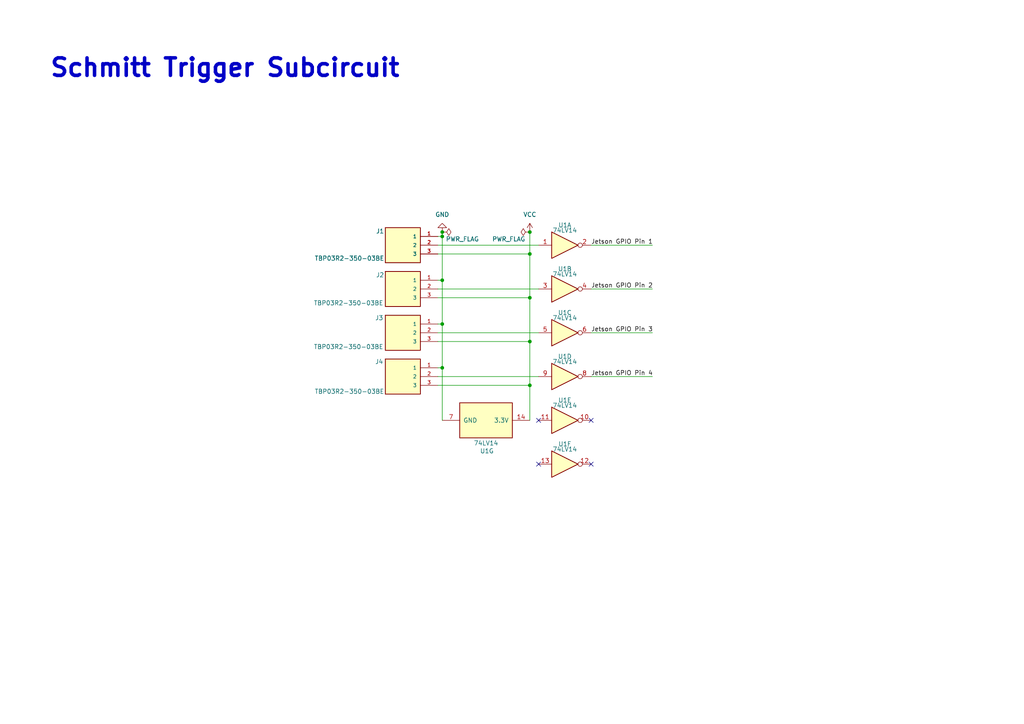
<source format=kicad_sch>
(kicad_sch (version 20231120) (generator "eeschema") (generator_version "8.0")
  (paper "A4")
  (title_block (title "Schmitt Trigger Subcircuit") (date "2024-10-01") (rev "0.1") (company "Mechatronics and Robotics Society"))
  (lib_symbols
    (symbol "74xx:74LV14" (pin_names (offset 1.016))
      (property "Reference" "U" (at 0 1.27 0))
      (property "Value" "74LV14" (at 0 -1.27 0))
      (symbol "74LV14_1_0"
        (polyline (pts (xy -3.81 3.81) (xy -3.81 -3.81) (xy 3.81 0) (xy -3.81 3.81)) (stroke (width 0.254)) (fill (type background)))
        (pin input line (at -7.62 0 0) (length 3.81) (name "~") (number "1"))
        (pin output inverted (at 7.62 0 180) (length 3.81) (name "~") (number "2"))
      )
      (symbol "74LV14_2_0"
        (polyline (pts (xy -3.81 3.81) (xy -3.81 -3.81) (xy 3.81 0) (xy -3.81 3.81)) (stroke (width 0.254)) (fill (type background)))
        (pin input line (at -7.62 0 0) (length 3.81) (name "~") (number "3"))
        (pin output inverted (at 7.62 0 180) (length 3.81) (name "~") (number "4"))
      )
      (symbol "74LV14_3_0"
        (polyline (pts (xy -3.81 3.81) (xy -3.81 -3.81) (xy 3.81 0) (xy -3.81 3.81)) (stroke (width 0.254)) (fill (type background)))
        (pin input line (at -7.62 0 0) (length 3.81) (name "~") (number "5"))
        (pin output inverted (at 7.62 0 180) (length 3.81) (name "~") (number "6"))
      )
      (symbol "74LV14_4_0"
        (polyline (pts (xy -3.81 3.81) (xy -3.81 -3.81) (xy 3.81 0) (xy -3.81 3.81)) (stroke (width 0.254)) (fill (type background)))
        (pin output inverted (at 7.62 0 180) (length 3.81) (name "~") (number "8"))
        (pin input line (at -7.62 0 0) (length 3.81) (name "~") (number "9"))
      )
      (symbol "74LV14_5_0"
        (polyline (pts (xy -3.81 3.81) (xy -3.81 -3.81) (xy 3.81 0) (xy -3.81 3.81)) (stroke (width 0.254)) (fill (type background)))
        (pin output inverted (at 7.62 0 180) (length 3.81) (name "~") (number "10"))
        (pin input line (at -7.62 0 0) (length 3.81) (name "~") (number "11"))
      )
      (symbol "74LV14_6_0"
        (polyline (pts (xy -3.81 3.81) (xy -3.81 -3.81) (xy 3.81 0) (xy -3.81 3.81)) (stroke (width 0.254)) (fill (type background)))
        (pin output inverted (at 7.62 0 180) (length 3.81) (name "~") (number "12"))
        (pin input line (at -7.62 0 0) (length 3.81) (name "~") (number "13"))
      )
      (symbol "74LV14_7_0"
        (pin power_in line (at 0 12.7 270) (length 5.08) (name "3.3V") (number "14"))
        (pin power_in line (at 0 -12.7 90) (length 5.08) (name "GND") (number "7"))
      )
      (symbol "74LV14_7_1"
        (rectangle (start -5.08 7.62) (end 5.08 -7.62) (stroke (width 0.254)) (fill (type background)))
      )
    )
    (symbol "TBP03R2-350-03BE:TBP03R2-350-03BE" (pin_names (offset 1.016))
      (property "Reference" "J" (at -5.08 7.62 0))
      (property "Value" "TBP03R2-350-03BE" (at -5.08 -7.62 0))
      (symbol "TBP03R2-350-03BE_0_0"
        (rectangle (start -5.08 -5.08) (end 5.08 5.08) (stroke (width 0.254)) (fill (type background)))
        (pin passive line (at -10.16 2.54 0) (length 5.08) (name "1") (number "1"))
        (pin passive line (at -10.16 0 0) (length 5.08) (name "2") (number "2"))
        (pin passive line (at -10.16 -2.54 0) (length 5.08) (name "3") (number "3"))
      )
    )
    (symbol "power:GND" (power) (pin_numbers hide) (pin_names (offset 0) hide)
      (property "Value" "GND" (at 0 -3.81 0))
      (symbol "GND_0_1"
        (polyline (pts (xy 0 0) (xy 0 -1.27) (xy 1.27 -1.27) (xy 0 -2.54) (xy -1.27 -1.27) (xy 0 -1.27)))
      )
      (symbol "GND_1_1"
        (pin power_in line (at 0 0 270) (length 0) (name "~") (number "1"))
      )
    )
    (symbol "power:PWR_FLAG" (power) (pin_numbers hide) (pin_names (offset 0) hide)
      (property "Value" "PWR_FLAG" (at 0 3.81 0))
      (symbol "PWR_FLAG_0_0"
        (pin power_out line (at 0 0 90) (length 0) (name "~") (number "1"))
      )
      (symbol "PWR_FLAG_0_1"
        (polyline (pts (xy 0 0) (xy 0 1.27) (xy -1.016 1.905) (xy 0 2.54) (xy 1.016 1.905) (xy 0 1.27)))
      )
    )
    (symbol "power:VCC" (power) (pin_numbers hide) (pin_names (offset 0) hide)
      (property "Value" "VCC" (at 0 3.556 0))
      (symbol "VCC_0_1"
        (polyline (pts (xy -0.762 1.27) (xy 0 2.54)))
        (polyline (pts (xy 0 0) (xy 0 2.54)))
        (polyline (pts (xy 0 2.54) (xy 0.762 1.27)))
      )
      (symbol "VCC_1_1"
        (pin power_in line (at 0 0 90) (length 0) (name "~") (number "1"))
      )
    )
  )
  (junction (at 153.67 86.36))
  (junction (at 153.67 73.66))
  (junction (at 153.67 111.76))
  (junction (at 128.27 81.28))
  (junction (at 128.27 68.58))
  (junction (at 128.27 67.31))
  (junction (at 128.27 93.98))
  (junction (at 153.67 67.31))
  (junction (at 128.27 106.68))
  (junction (at 153.67 99.06))
  (no_connect (at 156.21 134.62))
  (no_connect (at 156.21 121.92))
  (no_connect (at 171.45 134.62))
  (no_connect (at 171.45 121.92))
  (wire (pts (xy 127 96.52) (xy 156.21 96.52)))
  (wire (pts (xy 128.27 106.68) (xy 128.27 121.92)))
  (wire (pts (xy 127 83.82) (xy 156.21 83.82)))
  (wire (pts (xy 127 71.12) (xy 156.21 71.12)))
  (wire (pts (xy 153.67 99.06) (xy 153.67 111.76)))
  (wire (pts (xy 128.27 93.98) (xy 128.27 81.28)))
  (wire (pts (xy 127 68.58) (xy 128.27 68.58)))
  (wire (pts (xy 171.45 83.82) (xy 189.23 83.82)))
  (wire (pts (xy 127 109.22) (xy 156.21 109.22)))
  (wire (pts (xy 153.67 67.31) (xy 153.67 73.66)))
  (wire (pts (xy 171.45 71.12) (xy 189.23 71.12)))
  (wire (pts (xy 127 93.98) (xy 128.27 93.98)))
  (wire (pts (xy 127 81.28) (xy 128.27 81.28)))
  (wire (pts (xy 153.67 73.66) (xy 153.67 86.36)))
  (wire (pts (xy 128.27 68.58) (xy 128.27 67.31)))
  (wire (pts (xy 128.27 106.68) (xy 128.27 93.98)))
  (wire (pts (xy 127 111.76) (xy 153.67 111.76)))
  (wire (pts (xy 127 73.66) (xy 153.67 73.66)))
  (wire (pts (xy 171.45 109.22) (xy 189.23 109.22)))
  (wire (pts (xy 127 86.36) (xy 153.67 86.36)))
  (wire (pts (xy 127 106.68) (xy 128.27 106.68)))
  (wire (pts (xy 127 99.06) (xy 153.67 99.06)))
  (wire (pts (xy 171.45 96.52) (xy 189.23 96.52)))
  (wire (pts (xy 128.27 81.28) (xy 128.27 68.58)))
  (wire (pts (xy 153.67 111.76) (xy 153.67 121.92)))
  (wire (pts (xy 153.67 86.36) (xy 153.67 99.06)))
  (text "Schmitt Trigger Subcircuit" (at 65.278 19.812 0) (effects (font (size 5.08 5.08) (thickness 1.016) (bold yes))))
  (label "Jetson GPIO Pin 4" (at 171.45 109.22 0))
  (label "Jetson GPIO Pin 1" (at 171.45 71.12 0))
  (label "Jetson GPIO Pin 2" (at 171.45 83.82 0))
  (label "Jetson GPIO Pin 3" (at 171.45 96.52 0))
  (symbol (lib_id "TBP03R2-350-03BE:TBP03R2-350-03BE") (at 116.84 83.82 0) (mirror y) (unit 1)
    (property "Reference" "J2" (at 110.236 79.756 0))
    (property "Value" "TBP03R2-350-03BE" (at 101.092 87.884 0))
    (property "Footprint" "TBP03R2_350_03BE:CUI_TBP03R2-350-03BE" (effects (hide yes)))
    (property "PARTREV" "1.0" (effects (hide yes)))
    (property "STANDARD" "Manufacturer Recommendations" (effects (hide yes)))
    (property "MAXIMUM_PACKAGE_HEIGHT" "9.50mm" (effects (hide yes)))
    (property "MANUFACTURER" "CUI Devices" (effects (hide yes)))
  )
  (symbol (lib_id "power:GND") (at 128.27 67.31 180) (unit 1)
    (property "Reference" "#PWR04" (effects (hide yes)))
    (property "Value" "GND" (at 128.27 62.23 0))
    (property "Description" "Power symbol creates a global label with name \"GND\" , ground" (effects (hide yes)))
  )
  (symbol (lib_id "74xx:74LV14") (at 163.83 71.12 0) (unit 1)
    (property "Reference" "U1" (at 163.83 65.278 0))
    (property "Value" "74LV14" (at 163.83 66.802 0))
    (property "Footprint" "Package_DIP:DIP-12_W7.62mm" (effects (hide yes)))
    (property "Datasheet" "http://www.ti.com/lit/gpn/sn74LV14" (effects (hide yes)))
    (property "Description" "Hex Inverter" (effects (hide yes)))
  )
  (symbol (lib_id "74xx:74LV14") (at 163.83 121.92 0) (unit 5)
    (property "Reference" "U1" (at 163.83 116.078 0))
    (property "Value" "74LV14" (at 163.83 117.602 0))
    (property "Footprint" "Package_DIP:DIP-12_W7.62mm" (effects (hide yes)))
    (property "Datasheet" "http://www.ti.com/lit/gpn/sn74LV14" (effects (hide yes)))
    (property "Description" "Hex Inverter" (effects (hide yes)))
  )
  (symbol (lib_id "74xx:74LV14") (at 140.97 121.92 270) (unit 7)
    (property "Reference" "U1" (at 141.224 130.81 90))
    (property "Value" "74LV14" (at 140.97 128.524 90))
    (property "Footprint" "Package_DIP:DIP-12_W7.62mm" (effects (hide yes)))
    (property "Datasheet" "http://www.ti.com/lit/gpn/sn74LV14" (effects (hide yes)))
    (property "Description" "Hex Inverter" (effects (hide yes)))
  )
  (symbol (lib_id "power:VCC") (at 153.67 67.31 0) (unit 1)
    (property "Reference" "#PWR03" (effects (hide yes)))
    (property "Value" "VCC" (at 153.67 62.23 0))
    (property "Description" "Power symbol creates a global label with name \"VCC\"" (effects (hide yes)))
  )
  (symbol (lib_id "power:PWR_FLAG") (at 153.67 67.31 90) (unit 1)
    (property "Reference" "#FLG04" (effects (hide yes)))
    (property "Value" "PWR_FLAG" (at 152.4 69.342 90) (effects (justify left)))
    (property "Description" "Special symbol for telling ERC where power comes from" (effects (hide yes)))
  )
  (symbol (lib_id "TBP03R2-350-03BE:TBP03R2-350-03BE") (at 116.84 71.12 0) (mirror y) (unit 1)
    (property "Reference" "J1" (at 110.236 67.056 0))
    (property "Value" "TBP03R2-350-03BE" (at 101.346 74.93 0))
    (property "Footprint" "TBP03R2_350_03BE:CUI_TBP03R2-350-03BE" (effects (hide yes)))
    (property "PARTREV" "1.0" (effects (hide yes)))
    (property "STANDARD" "Manufacturer Recommendations" (effects (hide yes)))
    (property "MAXIMUM_PACKAGE_HEIGHT" "9.50mm" (effects (hide yes)))
    (property "MANUFACTURER" "CUI Devices" (effects (hide yes)))
  )
  (symbol (lib_id "74xx:74LV14") (at 163.83 134.62 0) (unit 6)
    (property "Reference" "U1" (at 163.83 128.778 0))
    (property "Value" "74LV14" (at 163.83 130.302 0))
    (property "Footprint" "Package_DIP:DIP-12_W7.62mm" (effects (hide yes)))
    (property "Datasheet" "http://www.ti.com/lit/gpn/sn74LV14" (effects (hide yes)))
    (property "Description" "Hex Inverter" (effects (hide yes)))
  )
  (symbol (lib_id "power:PWR_FLAG") (at 128.27 67.31 270) (unit 1)
    (property "Reference" "#FLG03" (effects (hide yes)))
    (property "Value" "PWR_FLAG" (at 129.286 69.342 90) (effects (justify left)))
    (property "Description" "Special symbol for telling ERC where power comes from" (effects (hide yes)))
  )
  (symbol (lib_id "74xx:74LV14") (at 163.83 83.82 0) (unit 2)
    (property "Reference" "U1" (at 163.83 77.978 0))
    (property "Value" "74LV14" (at 163.83 79.502 0))
    (property "Footprint" "Package_DIP:DIP-12_W7.62mm" (effects (hide yes)))
    (property "Datasheet" "http://www.ti.com/lit/gpn/sn74LV14" (effects (hide yes)))
    (property "Description" "Hex Inverter" (effects (hide yes)))
  )
  (symbol (lib_id "TBP03R2-350-03BE:TBP03R2-350-03BE") (at 116.84 109.22 0) (mirror y) (unit 1)
    (property "Reference" "J4" (at 109.982 104.902 0))
    (property "Value" "TBP03R2-350-03BE" (at 101.346 113.538 0))
    (property "Footprint" "TBP03R2_350_03BE:CUI_TBP03R2-350-03BE" (effects (hide yes)))
    (property "PARTREV" "1.0" (effects (hide yes)))
    (property "STANDARD" "Manufacturer Recommendations" (effects (hide yes)))
    (property "MAXIMUM_PACKAGE_HEIGHT" "9.50mm" (effects (hide yes)))
    (property "MANUFACTURER" "CUI Devices" (effects (hide yes)))
  )
  (symbol (lib_id "74xx:74LV14") (at 163.83 96.52 0) (unit 3)
    (property "Reference" "U1" (at 163.83 90.678 0))
    (property "Value" "74LV14" (at 163.83 92.202 0))
    (property "Footprint" "Package_DIP:DIP-12_W7.62mm" (effects (hide yes)))
    (property "Datasheet" "http://www.ti.com/lit/gpn/sn74LV14" (effects (hide yes)))
    (property "Description" "Hex Inverter" (effects (hide yes)))
  )
  (symbol (lib_id "TBP03R2-350-03BE:TBP03R2-350-03BE") (at 116.84 96.52 0) (mirror y) (unit 1)
    (property "Reference" "J3" (at 109.982 92.202 0))
    (property "Value" "TBP03R2-350-03BE" (at 101.092 100.584 0))
    (property "Footprint" "TBP03R2_350_03BE:CUI_TBP03R2-350-03BE" (effects (hide yes)))
    (property "PARTREV" "1.0" (effects (hide yes)))
    (property "STANDARD" "Manufacturer Recommendations" (effects (hide yes)))
    (property "MAXIMUM_PACKAGE_HEIGHT" "9.50mm" (effects (hide yes)))
    (property "MANUFACTURER" "CUI Devices" (effects (hide yes)))
  )
  (symbol (lib_id "74xx:74LV14") (at 163.83 109.22 0) (unit 4)
    (property "Reference" "U1" (at 163.83 103.378 0))
    (property "Value" "74LV14" (at 163.83 104.902 0))
    (property "Footprint" "Package_DIP:DIP-12_W7.62mm" (effects (hide yes)))
    (property "Datasheet" "http://www.ti.com/lit/gpn/sn74LV14" (effects (hide yes)))
    (property "Description" "Hex Inverter" (effects (hide yes)))
  )
)
</source>
